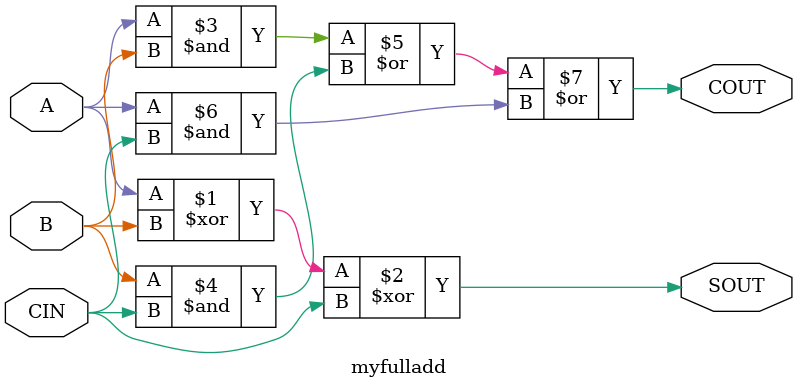
<source format=v>
module myfulladd(A,B,CIN,SOUT,COUT);
	input A,B,CIN;
	output SOUT,COUT;
	
	assign SOUT=A^B^CIN;
	assign COUT=(A&B)|(B&CIN)|(A&CIN);
endmodule
</source>
